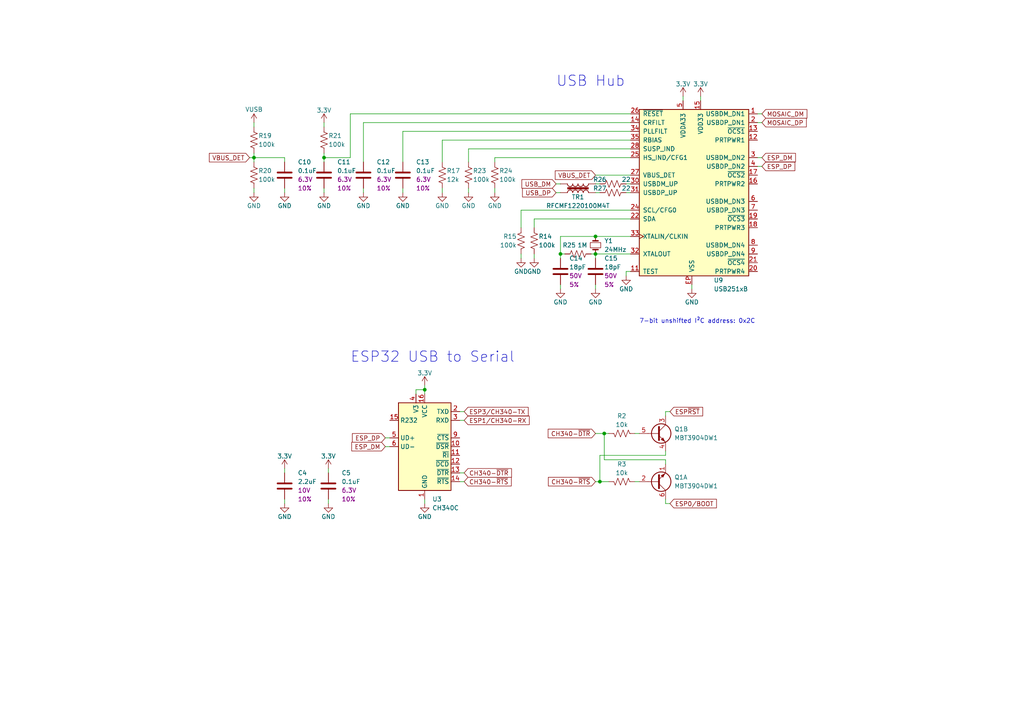
<source format=kicad_sch>
(kicad_sch (version 20230121) (generator eeschema)
  (paper "A4")
  (lib_symbols
    (symbol "SparkFun-Capacitor:0.1uF_0402_6.3V_10%" (pin_numbers hide) (pin_names (offset 0.254))
      (property "Reference" "C" (at 0.635 2.54 0))
      (property "Value" "0.1uF" (at 0.635 -2.54 0))
      (property "Voltage" "6.3V" (at 0 -6.35 0))
      (property "Tolerance" "10%" (at 0 -8.89 0))
      (symbol "0.1uF_0402_6.3V_10%_0_1"
        (polyline (pts (xy -2.032 -0.762) (xy 2.032 -0.762)) (stroke (width 0.508)))
        (polyline (pts (xy -2.032 0.762) (xy 2.032 0.762)) (stroke (width 0.508)))
      )
      (symbol "0.1uF_0402_6.3V_10%_1_1"
        (pin passive line (at 0 3.81 270) (length 2.794) (name "~") (number "1"))
        (pin passive line (at 0 -3.81 90) (length 2.794) (name "~") (number "2"))
      )
    )
    (symbol "SparkFun-Capacitor:18pF_0603_50V_5%" (pin_numbers hide) (pin_names (offset 0.254))
      (property "Reference" "C" (at 0.635 2.54 0))
      (property "Value" "18pF" (at 0.635 -2.54 0))
      (property "Voltage" "50V" (at 0 -6.35 0))
      (property "Tolerance" "5%" (at 0 -8.89 0))
      (symbol "18pF_0603_50V_5%_0_1"
        (polyline (pts (xy -2.032 -0.762) (xy 2.032 -0.762)) (stroke (width 0.508)))
        (polyline (pts (xy -2.032 0.762) (xy 2.032 0.762)) (stroke (width 0.508)))
      )
      (symbol "18pF_0603_50V_5%_1_1"
        (pin passive line (at 0 3.81 270) (length 2.794) (name "~") (number "1"))
        (pin passive line (at 0 -3.81 90) (length 2.794) (name "~") (number "2"))
      )
    )
    (symbol "SparkFun-Capacitor:2.2uF_0402_10V_10%" (pin_numbers hide) (pin_names (offset 0.254))
      (property "Reference" "C" (at 0.635 2.54 0))
      (property "Value" "2.2uF" (at 0.635 -2.54 0))
      (property "Voltage" "10V" (at 0 -6.35 0))
      (property "Tolerance" "10%" (at 0 -8.89 0))
      (symbol "2.2uF_0402_10V_10%_0_1"
        (polyline (pts (xy -2.032 -0.762) (xy 2.032 -0.762)) (stroke (width 0.508)))
        (polyline (pts (xy -2.032 0.762) (xy 2.032 0.762)) (stroke (width 0.508)))
      )
      (symbol "2.2uF_0402_10V_10%_1_1"
        (pin passive line (at 0 3.81 270) (length 2.794) (name "~") (number "1"))
        (pin passive line (at 0 -3.81 90) (length 2.794) (name "~") (number "2"))
      )
    )
    (symbol "SparkFun-Clock:Crystal_24MHz_2.0x1.6mm" (pin_numbers hide) (pin_names (offset 1.016) hide)
      (property "Reference" "Y" (at 0 2.54 0))
      (property "Value" "24MHz" (at 0 -2.54 0))
      (symbol "Crystal_24MHz_2.0x1.6mm_0_1"
        (rectangle (start -0.762 -1.524) (end 0.762 1.524))
        (polyline (pts (xy -1.27 -0.762) (xy -1.27 0.762)) (stroke (width 0.381)))
        (polyline (pts (xy 1.27 -0.762) (xy 1.27 0.762)) (stroke (width 0.381)))
      )
      (symbol "Crystal_24MHz_2.0x1.6mm_1_1"
        (pin passive line (at -2.54 0 0) (length 1.27) (name "1") (number "1"))
        (pin passive line (at 2.54 0 180) (length 1.27) (name "2") (number "2"))
      )
    )
    (symbol "SparkFun-Coil:USB_Transformer" (pin_numbers hide) (pin_names (offset 0))
      (property "Reference" "TR" (at 0 3.81 0))
      (property "Value" "RFCMF1220100M4T" (at 0 -3.81 0))
      (symbol "USB_Transformer_0_1"
        (rectangle (start -3.048 -0.254) (end 3.048 0.254) (stroke (width 0.0254)) (fill (type outline)))
        (arc (start -3.048 1.27) (mid -2.286 0.5113) (end -1.524 1.27) (stroke (width 0.2032)))
        (arc (start -1.524 -1.27) (mid -2.286 -0.5113) (end -3.048 -1.27) (stroke (width 0.2032)))
        (arc (start -1.524 1.27) (mid -0.762 0.5113) (end 0 1.27) (stroke (width 0.2032)))
        (arc (start 0 -1.27) (mid -0.762 -0.5113) (end -1.524 -1.27) (stroke (width 0.2032)))
        (polyline (pts (xy -5.0546 -1.27) (xy -3.048 -1.27)))
        (polyline (pts (xy 5.08 -1.27) (xy 3.048 -1.27)))
        (polyline (pts (xy 5.08 1.27) (xy 3.048 1.27)))
        (arc (start 0 1.27) (mid 0.762 0.5113) (end 1.524 1.27) (stroke (width 0.2032)))
        (arc (start 1.524 -1.27) (mid 0.762 -0.5113) (end 0 -1.27) (stroke (width 0.2032)))
        (arc (start 1.524 1.27) (mid 2.286 0.5113) (end 3.048 1.27) (stroke (width 0.2032)))
        (arc (start 3.048 -1.27) (mid 2.286 -0.5113) (end 1.524 -1.27) (stroke (width 0.2032)))
      )
      (symbol "USB_Transformer_1_1"
        (polyline (pts (xy -5.08 1.27) (xy -3.048 1.27)))
        (pin passive line (at -5.08 1.27 0) (length 0) (name "~") (number "1"))
        (pin passive line (at 5.08 1.27 180) (length 0) (name "~") (number "2"))
        (pin passive line (at -5.08 -1.27 0) (length 0) (name "~") (number "3"))
        (pin passive line (at 5.08 -1.27 180) (length 0) (name "~") (number "4"))
      )
    )
    (symbol "SparkFun-DiscreteSemi:Q_NPN_DUAL" (pin_names (offset 0) hide)
      (property "Reference" "Q" (at 5.08 1.27 0))
      (property "Value" "MBT3904DW1" (at 5.08 -1.27 0))
      (symbol "Q_NPN_DUAL_0_1"
        (polyline (pts (xy 0.635 0) (xy -2.54 0)))
        (polyline (pts (xy 0.635 0.635) (xy 2.54 2.54)))
        (polyline (pts (xy 0.635 -0.635) (xy 2.54 -2.54) (xy 2.54 -2.54)))
        (polyline (pts (xy 0.635 1.905) (xy 0.635 -1.905) (xy 0.635 -1.905)) (stroke (width 0.508)))
        (polyline (pts (xy 1.27 -1.778) (xy 1.778 -1.27) (xy 2.286 -2.286) (xy 1.27 -1.778) (xy 1.27 -1.778)) (fill (type outline)))
        (circle (center 1.27 0) (radius 2.8194) (stroke (width 0.254)))
      )
      (symbol "Q_NPN_DUAL_1_1"
        (pin passive line (at 2.54 -5.08 90) (length 2.54) (name "E1") (number "1"))
        (pin input line (at -5.08 0 0) (length 2.54) (name "B1") (number "2"))
        (pin passive line (at 2.54 5.08 270) (length 2.54) (name "C1") (number "6"))
      )
      (symbol "Q_NPN_DUAL_2_1"
        (pin passive line (at 2.54 5.08 270) (length 2.54) (name "C2") (number "3"))
        (pin passive line (at 2.54 -5.08 90) (length 2.54) (name "E2") (number "4"))
        (pin input line (at -5.08 0 0) (length 2.54) (name "B2") (number "5"))
      )
    )
    (symbol "SparkFun-IC-Comm:CH340C"
      (property "Reference" "U" (at 2.1941 -15.24 0))
      (property "Value" "CH340C" (at 2.1941 -17.78 0))
      (symbol "CH340C_0_1"
        (rectangle (start -7.62 12.7) (end 7.62 -12.7) (stroke (width 0.254)) (fill (type background)))
      )
      (symbol "CH340C_1_1"
        (pin power_in line (at 0 -15.24 90) (length 2.54) (name "GND") (number "1"))
        (pin input line (at 10.16 0 180) (length 2.54) (name "~{DSR}") (number "10"))
        (pin input line (at 10.16 -2.54 180) (length 2.54) (name "~{RI}") (number "11"))
        (pin input line (at 10.16 -5.08 180) (length 2.54) (name "~{DCD}") (number "12"))
        (pin output line (at 10.16 -7.62 180) (length 2.54) (name "~{DTR}") (number "13"))
        (pin output line (at 10.16 -10.16 180) (length 2.54) (name "~{RTS}") (number "14"))
        (pin input line (at -10.16 7.62 0) (length 2.54) (name "R232") (number "15"))
        (pin power_in line (at 0 15.24 270) (length 2.54) (name "VCC") (number "16"))
        (pin output line (at 10.16 10.16 180) (length 2.54) (name "TXD") (number "2"))
        (pin input line (at 10.16 7.62 180) (length 2.54) (name "RXD") (number "3"))
        (pin passive line (at -2.54 15.24 270) (length 2.54) (name "V3") (number "4"))
        (pin bidirectional line (at -10.16 2.54 0) (length 2.54) (name "UD+") (number "5"))
        (pin bidirectional line (at -10.16 0 0) (length 2.54) (name "UD-") (number "6"))
        (pin no_connect line (at -7.62 -7.62 0) (length 2.54) hide (name "NC") (number "7"))
        (pin no_connect line (at -7.62 -10.16 0) (length 2.54) hide (name "NC") (number "8"))
        (pin input line (at 10.16 2.54 180) (length 2.54) (name "~{CTS}") (number "9"))
      )
    )
    (symbol "SparkFun-IC-Comm:USB251xB" (pin_names (offset 1.016))
      (property "Reference" "U" (at -13.97 26.67 0))
      (property "Value" "USB251xB" (at -11.43 24.13 0))
      (symbol "USB251xB_0_1"
        (rectangle (start -15.24 22.86) (end 16.51 -25.4) (stroke (width 0.254)) (fill (type background)))
      )
      (symbol "USB251xB_1_1"
        (pin bidirectional line (at 19.05 21.59 180) (length 2.54) (name "USBDM_DN1") (number "1"))
        (pin power_in line (at -2.54 25.4 270) (length 2.54) hide (name "VDDA33") (number "10"))
        (pin input line (at -17.78 -24.13 0) (length 2.54) (name "TEST") (number "11"))
        (pin bidirectional line (at 19.05 13.97 180) (length 2.54) (name "PRTPWR1") (number "12"))
        (pin input line (at 19.05 16.51 180) (length 2.54) (name "~{OCS1}") (number "13"))
        (pin input line (at -17.78 19.05 0) (length 2.54) (name "CRFILT") (number "14"))
        (pin power_in line (at 2.54 25.4 270) (length 2.54) (name "VDD33") (number "15"))
        (pin bidirectional line (at 19.05 1.27 180) (length 2.54) (name "PRTPWR2") (number "16"))
        (pin input line (at 19.05 3.81 180) (length 2.54) (name "~{OCS2}") (number "17"))
        (pin bidirectional line (at 19.05 -11.43 180) (length 2.54) (name "PRTPWR3") (number "18"))
        (pin input line (at 19.05 -8.89 180) (length 2.54) (name "~{OCS3}") (number "19"))
        (pin bidirectional line (at 19.05 19.05 180) (length 2.54) (name "USBDP_DN1") (number "2"))
        (pin bidirectional line (at 19.05 -24.13 180) (length 2.54) (name "PRTPWR4") (number "20"))
        (pin input line (at 19.05 -21.59 180) (length 2.54) (name "~{OCS4}") (number "21"))
        (pin bidirectional line (at -17.78 -8.89 0) (length 2.54) (name "SDA") (number "22"))
        (pin power_in line (at 2.54 25.4 270) (length 2.54) hide (name "VDD33") (number "23"))
        (pin bidirectional line (at -17.78 -6.35 0) (length 2.54) (name "SCL/CFG0") (number "24"))
        (pin bidirectional line (at -17.78 8.89 0) (length 2.54) (name "HS_IND/CFG1") (number "25"))
        (pin input line (at -17.78 21.59 0) (length 2.54) (name "~{RESET}") (number "26"))
        (pin input line (at -17.78 3.81 0) (length 2.54) (name "VBUS_DET") (number "27"))
        (pin bidirectional line (at -17.78 11.43 0) (length 2.54) (name "SUSP_IND") (number "28"))
        (pin power_in line (at -2.54 25.4 270) (length 2.54) hide (name "VDDA33") (number "29"))
        (pin bidirectional line (at 19.05 8.89 180) (length 2.54) (name "USBDM_DN2") (number "3"))
        (pin bidirectional line (at -17.78 1.27 0) (length 2.54) (name "USBDM_UP") (number "30"))
        (pin bidirectional line (at -17.78 -1.27 0) (length 2.54) (name "USBDP_UP") (number "31"))
        (pin output line (at -17.78 -19.05 0) (length 2.54) (name "XTALOUT") (number "32"))
        (pin input clock (at -17.78 -13.97 0) (length 2.54) (name "XTALIN/CLKIN") (number "33"))
        (pin input line (at -17.78 16.51 0) (length 2.54) (name "PLLFILT") (number "34"))
        (pin input line (at -17.78 13.97 0) (length 2.54) (name "RBIAS") (number "35"))
        (pin power_in line (at -2.54 25.4 270) (length 2.54) hide (name "VDDA33") (number "36"))
        (pin bidirectional line (at 19.05 6.35 180) (length 2.54) (name "USBDP_DN2") (number "4"))
        (pin power_in line (at -2.54 25.4 270) (length 2.54) (name "VDDA33") (number "5"))
        (pin bidirectional line (at 19.05 -3.81 180) (length 2.54) (name "USBDM_DN3") (number "6"))
        (pin bidirectional line (at 19.05 -6.35 180) (length 2.54) (name "USBDP_DN3") (number "7"))
        (pin bidirectional line (at 19.05 -16.51 180) (length 2.54) (name "USBDM_DN4") (number "8"))
        (pin bidirectional line (at 19.05 -19.05 180) (length 2.54) (name "USBDP_DN4") (number "9"))
        (pin power_in line (at 0 -27.94 90) (length 2.54) (name "VSS") (number "EP"))
      )
    )
    (symbol "SparkFun-PowerSymbol:3.3V" (power) (pin_names (offset 0))
      (property "Value" "3.3V" (at 0 3.556 0))
      (symbol "3.3V_0_1"
        (polyline (pts (xy -0.762 1.27) (xy 0 2.54)))
        (polyline (pts (xy 0 0) (xy 0 2.54)))
        (polyline (pts (xy 0 2.54) (xy 0.762 1.27)))
      )
      (symbol "3.3V_1_1"
        (pin power_in line (at 0 0 90) (length 0) hide (name "3.3V") (number "1"))
      )
    )
    (symbol "SparkFun-PowerSymbol:VUSB" (power) (pin_names (offset 0))
      (property "Value" "VUSB" (at 0 3.81 0))
      (symbol "VUSB_0_1"
        (polyline (pts (xy -0.762 1.27) (xy 0 2.54)))
        (polyline (pts (xy 0 0) (xy 0 2.54)))
        (polyline (pts (xy 0 2.54) (xy 0.762 1.27)))
      )
      (symbol "VUSB_1_1"
        (pin power_in line (at 0 0 90) (length 0) hide (name "VUSB") (number "1"))
      )
    )
    (symbol "SparkFun-Resistor:100k_0402" (pin_numbers hide) (pin_names (offset 0))
      (property "Reference" "R" (at 0 -2.54 0))
      (property "Value" "100k" (at 0 2.54 0))
      (symbol "100k_0402_0_1"
        (polyline (pts (xy -2.286 0) (xy -2.54 0)))
        (polyline (pts (xy 2.286 0) (xy 2.54 0)))
        (polyline (pts (xy -0.762 0) (xy -1.143 -1.016) (xy -1.524 0) (xy -1.905 1.016) (xy -2.286 0)))
        (polyline (pts (xy 0.762 0) (xy 0.381 -1.016) (xy 0 0) (xy -0.381 1.016) (xy -0.762 0)))
        (polyline (pts (xy 2.286 0) (xy 1.905 -1.016) (xy 1.524 0) (xy 1.143 1.016) (xy 0.762 0)))
      )
      (symbol "100k_0402_1_1"
        (pin passive line (at 3.81 0 180) (length 1.27) (name "~") (number "1"))
        (pin passive line (at -3.81 0 0) (length 1.27) (name "~") (number "2"))
      )
    )
    (symbol "SparkFun-Resistor:10k_0402" (pin_numbers hide) (pin_names (offset 0))
      (property "Reference" "R" (at 0 -2.54 0))
      (property "Value" "10k" (at 0 2.54 0))
      (symbol "10k_0402_0_1"
        (polyline (pts (xy -2.286 0) (xy -2.54 0)))
        (polyline (pts (xy 2.286 0) (xy 2.54 0)))
        (polyline (pts (xy -0.762 0) (xy -1.143 -1.016) (xy -1.524 0) (xy -1.905 1.016) (xy -2.286 0)))
        (polyline (pts (xy 0.762 0) (xy 0.381 -1.016) (xy 0 0) (xy -0.381 1.016) (xy -0.762 0)))
        (polyline (pts (xy 2.286 0) (xy 1.905 -1.016) (xy 1.524 0) (xy 1.143 1.016) (xy 0.762 0)))
      )
      (symbol "10k_0402_1_1"
        (pin passive line (at 3.81 0 180) (length 1.27) (name "~") (number "1"))
        (pin passive line (at -3.81 0 0) (length 1.27) (name "~") (number "2"))
      )
    )
    (symbol "SparkFun-Resistor:12k_0402" (pin_numbers hide) (pin_names (offset 0))
      (property "Reference" "R" (at 0 -2.54 0))
      (property "Value" "12k" (at 0 2.54 0))
      (symbol "12k_0402_0_1"
        (polyline (pts (xy -2.286 0) (xy -2.54 0)))
        (polyline (pts (xy 2.286 0) (xy 2.54 0)))
        (polyline (pts (xy -0.762 0) (xy -1.143 -1.016) (xy -1.524 0) (xy -1.905 1.016) (xy -2.286 0)))
        (polyline (pts (xy 0.762 0) (xy 0.381 -1.016) (xy 0 0) (xy -0.381 1.016) (xy -0.762 0)))
        (polyline (pts (xy 2.286 0) (xy 1.905 -1.016) (xy 1.524 0) (xy 1.143 1.016) (xy 0.762 0)))
      )
      (symbol "12k_0402_1_1"
        (pin passive line (at 3.81 0 180) (length 1.27) (name "~") (number "1"))
        (pin passive line (at -3.81 0 0) (length 1.27) (name "~") (number "2"))
      )
    )
    (symbol "SparkFun-Resistor:1M_0402" (pin_numbers hide) (pin_names (offset 0))
      (property "Reference" "R" (at 0 -2.54 0))
      (property "Value" "1M" (at 0 2.54 0))
      (symbol "1M_0402_0_1"
        (polyline (pts (xy -2.286 0) (xy -2.54 0)))
        (polyline (pts (xy 2.286 0) (xy 2.54 0)))
        (polyline (pts (xy -0.762 0) (xy -1.143 -1.016) (xy -1.524 0) (xy -1.905 1.016) (xy -2.286 0)))
        (polyline (pts (xy 0.762 0) (xy 0.381 -1.016) (xy 0 0) (xy -0.381 1.016) (xy -0.762 0)))
        (polyline (pts (xy 2.286 0) (xy 1.905 -1.016) (xy 1.524 0) (xy 1.143 1.016) (xy 0.762 0)))
      )
      (symbol "1M_0402_1_1"
        (pin passive line (at 3.81 0 180) (length 1.27) (name "~") (number "1"))
        (pin passive line (at -3.81 0 0) (length 1.27) (name "~") (number "2"))
      )
    )
    (symbol "SparkFun-Resistor:22_0402" (pin_numbers hide) (pin_names (offset 0))
      (property "Reference" "R" (at 0 -2.54 0))
      (property "Value" "22" (at 0 2.54 0))
      (symbol "22_0402_0_1"
        (polyline (pts (xy -2.286 0) (xy -2.54 0)))
        (polyline (pts (xy 2.286 0) (xy 2.54 0)))
        (polyline (pts (xy -0.762 0) (xy -1.143 -1.016) (xy -1.524 0) (xy -1.905 1.016) (xy -2.286 0)))
        (polyline (pts (xy 0.762 0) (xy 0.381 -1.016) (xy 0 0) (xy -0.381 1.016) (xy -0.762 0)))
        (polyline (pts (xy 2.286 0) (xy 1.905 -1.016) (xy 1.524 0) (xy 1.143 1.016) (xy 0.762 0)))
      )
      (symbol "22_0402_1_1"
        (pin passive line (at 3.81 0 180) (length 1.27) (name "~") (number "1"))
        (pin passive line (at -3.81 0 0) (length 1.27) (name "~") (number "2"))
      )
    )
    (symbol "power:GND" (power) (pin_names (offset 0))
      (property "Value" "GND" (at 0 -3.81 0))
      (symbol "GND_0_1"
        (polyline (pts (xy 0 0) (xy 0 -1.27) (xy 1.27 -1.27) (xy 0 -2.54) (xy -1.27 -1.27) (xy 0 -1.27)))
      )
      (symbol "GND_1_1"
        (pin power_in line (at 0 0 270) (length 0) hide (name "GND") (number "1"))
      )
    )
  )
  (junction (at 73.66 45.72))
  (junction (at 93.98 45.72))
  (junction (at 173.99 139.7))
  (junction (at 172.72 68.58))
  (junction (at 162.56 73.66))
  (junction (at 123.19 113.03))
  (junction (at 175.26 125.73))
  (junction (at 172.72 73.66))
  (wire (pts (xy 128.27 55.88) (xy 128.27 54.61)))
  (wire (pts (xy 73.66 45.72) (xy 82.55 45.72)))
  (wire (pts (xy 181.61 55.88) (xy 182.88 55.88)))
  (wire (pts (xy 162.56 73.66) (xy 162.56 74.93)))
  (wire (pts (xy 182.88 78.74) (xy 181.61 78.74)))
  (wire (pts (xy 93.98 45.72) (xy 93.98 44.45)))
  (wire (pts (xy 101.6 45.72) (xy 93.98 45.72)))
  (wire (pts (xy 194.31 119.38) (xy 193.04 119.38)))
  (wire (pts (xy 182.88 60.96) (xy 151.13 60.96)))
  (wire (pts (xy 175.26 125.73) (xy 175.26 133.35)))
  (wire (pts (xy 123.19 144.78) (xy 123.19 146.05)))
  (wire (pts (xy 182.88 38.1) (xy 116.84 38.1)))
  (wire (pts (xy 143.51 55.88) (xy 143.51 54.61)))
  (wire (pts (xy 135.89 55.88) (xy 135.89 54.61)))
  (wire (pts (xy 135.89 43.18) (xy 135.89 46.99)))
  (wire (pts (xy 171.45 73.66) (xy 172.72 73.66)))
  (wire (pts (xy 72.39 45.72) (xy 73.66 45.72)))
  (wire (pts (xy 128.27 40.64) (xy 128.27 46.99)))
  (wire (pts (xy 151.13 73.66) (xy 151.13 74.93)))
  (wire (pts (xy 182.88 40.64) (xy 128.27 40.64)))
  (wire (pts (xy 176.53 139.7) (xy 173.99 139.7)))
  (wire (pts (xy 219.71 35.56) (xy 220.98 35.56)))
  (wire (pts (xy 162.56 83.82) (xy 162.56 82.55)))
  (wire (pts (xy 172.72 68.58) (xy 162.56 68.58)))
  (wire (pts (xy 182.88 45.72) (xy 143.51 45.72)))
  (wire (pts (xy 82.55 137.16) (xy 82.55 135.89)))
  (wire (pts (xy 182.88 63.5) (xy 154.94 63.5)))
  (wire (pts (xy 181.61 78.74) (xy 181.61 80.01)))
  (wire (pts (xy 123.19 113.03) (xy 123.19 114.3)))
  (wire (pts (xy 93.98 55.88) (xy 93.98 54.61)))
  (wire (pts (xy 172.72 73.66) (xy 182.88 73.66)))
  (wire (pts (xy 120.65 113.03) (xy 123.19 113.03)))
  (wire (pts (xy 161.29 55.88) (xy 162.56 55.88)))
  (wire (pts (xy 203.2 27.94) (xy 203.2 29.21)))
  (wire (pts (xy 82.55 144.78) (xy 82.55 146.05)))
  (wire (pts (xy 105.41 55.88) (xy 105.41 54.61)))
  (wire (pts (xy 193.04 132.08) (xy 173.99 132.08)))
  (wire (pts (xy 172.72 68.58) (xy 182.88 68.58)))
  (wire (pts (xy 134.62 139.7) (xy 133.35 139.7)))
  (wire (pts (xy 93.98 35.56) (xy 93.98 36.83)))
  (wire (pts (xy 193.04 144.78) (xy 193.04 146.05)))
  (wire (pts (xy 176.53 125.73) (xy 175.26 125.73)))
  (wire (pts (xy 200.66 83.82) (xy 200.66 82.55)))
  (wire (pts (xy 120.65 114.3) (xy 120.65 113.03)))
  (wire (pts (xy 185.42 125.73) (xy 184.15 125.73)))
  (wire (pts (xy 219.71 33.02) (xy 220.98 33.02)))
  (wire (pts (xy 161.29 53.34) (xy 162.56 53.34)))
  (wire (pts (xy 173.99 132.08) (xy 173.99 139.7)))
  (wire (pts (xy 111.76 129.54) (xy 113.03 129.54)))
  (wire (pts (xy 182.88 35.56) (xy 105.41 35.56)))
  (wire (pts (xy 193.04 134.62) (xy 193.04 133.35)))
  (wire (pts (xy 95.25 135.89) (xy 95.25 137.16)))
  (wire (pts (xy 154.94 63.5) (xy 154.94 66.04)))
  (wire (pts (xy 182.88 43.18) (xy 135.89 43.18)))
  (wire (pts (xy 219.71 48.26) (xy 220.98 48.26)))
  (wire (pts (xy 93.98 45.72) (xy 93.98 46.99)))
  (wire (pts (xy 172.72 73.66) (xy 172.72 74.93)))
  (wire (pts (xy 101.6 33.02) (xy 101.6 45.72)))
  (wire (pts (xy 116.84 38.1) (xy 116.84 46.99)))
  (wire (pts (xy 123.19 111.76) (xy 123.19 113.03)))
  (wire (pts (xy 95.25 144.78) (xy 95.25 146.05)))
  (wire (pts (xy 198.12 27.94) (xy 198.12 29.21)))
  (wire (pts (xy 219.71 45.72) (xy 220.98 45.72)))
  (wire (pts (xy 194.31 146.05) (xy 193.04 146.05)))
  (wire (pts (xy 133.35 119.38) (xy 134.62 119.38)))
  (wire (pts (xy 151.13 60.96) (xy 151.13 66.04)))
  (wire (pts (xy 73.66 35.56) (xy 73.66 36.83)))
  (wire (pts (xy 73.66 44.45) (xy 73.66 45.72)))
  (wire (pts (xy 105.41 35.56) (xy 105.41 46.99)))
  (wire (pts (xy 182.88 33.02) (xy 101.6 33.02)))
  (wire (pts (xy 143.51 45.72) (xy 143.51 46.99)))
  (wire (pts (xy 172.72 53.34) (xy 173.99 53.34)))
  (wire (pts (xy 172.72 50.8) (xy 182.88 50.8)))
  (wire (pts (xy 111.76 127) (xy 113.03 127)))
  (wire (pts (xy 172.72 83.82) (xy 172.72 82.55)))
  (wire (pts (xy 73.66 45.72) (xy 73.66 46.99)))
  (wire (pts (xy 73.66 55.88) (xy 73.66 54.61)))
  (wire (pts (xy 82.55 45.72) (xy 82.55 46.99)))
  (wire (pts (xy 162.56 68.58) (xy 162.56 73.66)))
  (wire (pts (xy 181.61 53.34) (xy 182.88 53.34)))
  (wire (pts (xy 193.04 120.65) (xy 193.04 119.38)))
  (wire (pts (xy 133.35 137.16) (xy 134.62 137.16)))
  (wire (pts (xy 162.56 73.66) (xy 163.83 73.66)))
  (wire (pts (xy 116.84 55.88) (xy 116.84 54.61)))
  (wire (pts (xy 154.94 73.66) (xy 154.94 74.93)))
  (wire (pts (xy 173.99 139.7) (xy 172.72 139.7)))
  (wire (pts (xy 193.04 133.35) (xy 175.26 133.35)))
  (wire (pts (xy 172.72 55.88) (xy 173.99 55.88)))
  (wire (pts (xy 133.35 121.92) (xy 134.62 121.92)))
  (wire (pts (xy 175.26 125.73) (xy 172.72 125.73)))
  (wire (pts (xy 185.42 139.7) (xy 184.15 139.7)))
  (wire (pts (xy 82.55 55.88) (xy 82.55 54.61)))
  (wire (pts (xy 193.04 132.08) (xy 193.04 130.81)))
  (text "ESP32 USB to Serial" (at 101.6 105.41 0) (effects (font (size 3 3)) (justify left bottom)))
  (text "7-bit unshifted I²C address: 0x2C" (at 185.42 93.98 0) (effects (font (size 1.27 1.27)) (justify left bottom)))
  (text "USB Hub" (at 161.29 25.4 0) (effects (font (size 3 3)) (justify left bottom)))
  (global_label "CH340-~{DTR}" (shape input) (at 134.62 137.16 0) (property "Intersheetrefs" "${INTERSHEET_REFS}" (effects hide)))
  (global_label "ESP_DM" (shape input) (at 220.98 45.72 0) (property "Intersheetrefs" "${INTERSHEET_REFS}" (effects hide)))
  (global_label "CH340-~{DTR}" (shape input) (at 172.72 125.73 180) (property "Intersheetrefs" "${INTERSHEET_REFS}" (effects hide)))
  (global_label "ESP_DP" (shape input) (at 220.98 48.26 0) (property "Intersheetrefs" "${INTERSHEET_REFS}" (effects hide)))
  (global_label "ESP3{slash}CH340-TX" (shape input) (at 134.62 119.38 0) (property "Intersheetrefs" "${INTERSHEET_REFS}" (effects hide)))
  (global_label "MOSAIC_DP" (shape input) (at 220.98 35.56 0) (property "Intersheetrefs" "${INTERSHEET_REFS}" (effects hide)))
  (global_label "ESP~{RST}" (shape input) (at 194.31 119.38 0) (property "Intersheetrefs" "${INTERSHEET_REFS}" (effects hide)))
  (global_label "CH340-~{RTS}" (shape input) (at 172.72 139.7 180) (property "Intersheetrefs" "${INTERSHEET_REFS}" (effects hide)))
  (global_label "CH340-~{RTS}" (shape input) (at 134.62 139.7 0) (property "Intersheetrefs" "${INTERSHEET_REFS}" (effects hide)))
  (global_label "USB_DM" (shape input) (at 161.29 53.34 180) (property "Intersheetrefs" "${INTERSHEET_REFS}" (effects hide)))
  (global_label "ESP1{slash}CH340-RX" (shape input) (at 134.62 121.92 0) (property "Intersheetrefs" "${INTERSHEET_REFS}" (effects hide)))
  (global_label "ESP_DM" (shape input) (at 111.76 129.54 180) (property "Intersheetrefs" "${INTERSHEET_REFS}" (effects hide)))
  (global_label "ESP_DP" (shape input) (at 111.76 127 180) (property "Intersheetrefs" "${INTERSHEET_REFS}" (effects hide)))
  (global_label "VBUS_DET" (shape input) (at 72.39 45.72 180) (property "Intersheetrefs" "${INTERSHEET_REFS}" (effects hide)))
  (global_label "VBUS_DET" (shape input) (at 172.72 50.8 180) (property "Intersheetrefs" "${INTERSHEET_REFS}" (effects hide)))
  (global_label "MOSAIC_DM" (shape input) (at 220.98 33.02 0) (property "Intersheetrefs" "${INTERSHEET_REFS}" (effects hide)))
  (global_label "USB_DP" (shape input) (at 161.29 55.88 180) (property "Intersheetrefs" "${INTERSHEET_REFS}" (effects hide)))
  (global_label "ESP0{slash}BOOT" (shape input) (at 194.31 146.05 0) (property "Intersheetrefs" "${INTERSHEET_REFS}" (effects hide)))
  (symbol (lib_id "power:GND") (at 154.94 74.93 0) (unit 1)
    (property "Reference" "#PWR0110" (effects hide))
    (property "Value" "GND" (at 154.94 78.74 0))
  )
  (symbol (lib_id "SparkFun-Capacitor:0.1uF_0402_6.3V_10%") (at 82.55 50.8 0) (unit 1)
    (property "Reference" "C10" (at 86.36 46.99 0) (effects (justify left)))
    (property "Value" "0.1uF" (at 86.36 49.53 0) (effects (justify left)))
    (property "Footprint" "SparkFun-Capacitor:C_0402_1005Metric" (effects hide))
    (property "Datasheet" "https://cdn.sparkfun.com/assets/8/a/4/a/5/Kemet_Capacitor_Datasheet.pdf" (effects hide))
    (property "PROD_ID" "CAP-14993" (effects hide))
    (property "Voltage" "6.3V" (at 86.36 52.07 0) (effects (justify left)))
    (property "Tolerance" "10%" (at 86.36 54.61 0) (effects (justify left)))
  )
  (symbol (lib_id "power:GND") (at 181.61 80.01 0) (unit 1)
    (property "Reference" "#PWR055" (effects hide))
    (property "Value" "GND" (at 181.61 83.82 0))
  )
  (symbol (lib_id "power:GND") (at 151.13 74.93 0) (unit 1)
    (property "Reference" "#PWR0109" (effects hide))
    (property "Value" "GND" (at 151.13 78.74 0))
  )
  (symbol (lib_id "power:GND") (at 200.66 83.82 0) (unit 1)
    (property "Reference" "#PWR056" (effects hide))
    (property "Value" "GND" (at 200.66 87.63 0))
  )
  (symbol (lib_id "power:GND") (at 172.72 83.82 0) (unit 1)
    (property "Reference" "#PWR054" (effects hide))
    (property "Value" "GND" (at 172.72 87.63 0))
  )
  (symbol (lib_id "power:GND") (at 123.19 146.05 0) (unit 1)
    (property "Reference" "#PWR020" (effects hide))
    (property "Value" "GND" (at 123.19 149.86 0))
  )
  (symbol (lib_id "power:GND") (at 82.55 146.05 0) (unit 1)
    (property "Reference" "#PWR073" (effects hide))
    (property "Value" "GND" (at 82.55 149.86 0))
  )
  (symbol (lib_id "SparkFun-Capacitor:0.1uF_0402_6.3V_10%") (at 105.41 50.8 0) (unit 1)
    (property "Reference" "C12" (at 109.22 46.99 0) (effects (justify left)))
    (property "Value" "0.1uF" (at 109.22 49.53 0) (effects (justify left)))
    (property "Footprint" "SparkFun-Capacitor:C_0402_1005Metric" (effects hide))
    (property "Datasheet" "https://cdn.sparkfun.com/assets/8/a/4/a/5/Kemet_Capacitor_Datasheet.pdf" (effects hide))
    (property "PROD_ID" "CAP-14993" (effects hide))
    (property "Voltage" "6.3V" (at 109.22 52.07 0) (effects (justify left)))
    (property "Tolerance" "10%" (at 109.22 54.61 0) (effects (justify left)))
  )
  (symbol (lib_id "SparkFun-Resistor:100k_0402") (at 143.51 50.8 90) (unit 1)
    (property "Reference" "R24" (at 144.78 49.53 90) (effects (justify right)))
    (property "Value" "100k" (at 144.78 52.07 90) (effects (justify right)))
    (property "Footprint" "SparkFun-Resistor:R_0402_1005Metric" (effects hide))
    (property "Datasheet" "https://www.vishay.com/docs/20035/dcrcwe3.pdf" (effects hide))
    (property "PROD_ID" "RES-13495" (effects hide))
  )
  (symbol (lib_id "power:GND") (at 116.84 55.88 0) (unit 1)
    (property "Reference" "#PWR049" (effects hide))
    (property "Value" "GND" (at 116.84 59.69 0))
  )
  (symbol (lib_id "SparkFun-Resistor:22_0402") (at 177.8 53.34 0) (unit 1)
    (property "Reference" "R26" (at 173.99 52.07 0))
    (property "Value" "22" (at 181.61 52.07 0))
    (property "Footprint" "SparkFun-Resistor:R_0402_1005Metric" (effects hide))
    (property "Datasheet" "https://www.vishay.com/docs/20035/dcrcwe3.pdf" (effects hide))
    (property "PROD_ID" "RES-12427" (effects hide))
  )
  (symbol (lib_id "power:GND") (at 143.51 55.88 0) (unit 1)
    (property "Reference" "#PWR052" (effects hide))
    (property "Value" "GND" (at 143.51 59.69 0))
  )
  (symbol (lib_id "SparkFun-Resistor:100k_0402") (at 73.66 50.8 90) (unit 1)
    (property "Reference" "R20" (at 74.93 49.53 90) (effects (justify right)))
    (property "Value" "100k" (at 74.93 52.07 90) (effects (justify right)))
    (property "Footprint" "SparkFun-Resistor:R_0402_1005Metric" (effects hide))
    (property "Datasheet" "https://www.vishay.com/docs/20035/dcrcwe3.pdf" (effects hide))
    (property "PROD_ID" "RES-13495" (effects hide))
  )
  (symbol (lib_id "SparkFun-Resistor:10k_0402") (at 180.34 139.7 0) (mirror x) (unit 1)
    (property "Reference" "R3" (at 180.34 134.62 0))
    (property "Value" "10k" (at 180.34 137.16 0))
    (property "Footprint" "SparkFun-Resistor:R_0402_1005Metric" (effects hide))
    (property "Datasheet" "https://www.vishay.com/docs/20035/dcrcwe3.pdf" (effects hide))
    (property "PROD_ID" "RES-14241" (effects hide))
  )
  (symbol (lib_id "SparkFun-Resistor:22_0402") (at 177.8 55.88 0) (unit 1)
    (property "Reference" "R27" (at 173.99 54.61 0))
    (property "Value" "22" (at 181.61 54.61 0))
    (property "Footprint" "SparkFun-Resistor:R_0402_1005Metric" (effects hide))
    (property "Datasheet" "https://www.vishay.com/docs/20035/dcrcwe3.pdf" (effects hide))
    (property "PROD_ID" "RES-12427" (effects hide))
  )
  (symbol (lib_id "SparkFun-Capacitor:18pF_0603_50V_5%") (at 162.56 78.74 0) (unit 1)
    (property "Reference" "C14" (at 165.1 74.93 0) (effects (justify left)))
    (property "Value" "18pF" (at 165.1 77.47 0) (effects (justify left)))
    (property "Footprint" "SparkFun-Capacitor:C_0603_1608Metric" (effects hide))
    (property "Datasheet" "https://cdn.sparkfun.com/assets/8/a/4/a/5/Kemet_Capacitor_Datasheet.pdf" (effects hide))
    (property "PROD_ID" "CAP-08267" (effects hide))
    (property "Voltage" "50V" (at 165.1 80.01 0) (effects (justify left)))
    (property "Tolerance" "5%" (at 165.1 82.55 0) (effects (justify left)))
  )
  (symbol (lib_id "SparkFun-DiscreteSemi:Q_NPN_DUAL") (at 190.5 139.7 0) (mirror x) (unit 1)
    (property "Reference" "Q1" (at 195.58 138.43 0) (effects (justify left)))
    (property "Value" "MBT3904DW1" (at 195.58 140.97 0) (effects (justify left)))
    (property "Footprint" "SparkFun-Semiconductor-Standard:SOT-323" (effects hide))
    (property "Datasheet" "https://assets.nexperia.com/documents/data-sheet/BC846BS.pdf" (effects hide))
    (property "PROD_ID" "TRANS-13337" (effects hide))
  )
  (symbol (lib_id "power:GND") (at 93.98 55.88 0) (unit 1)
    (property "Reference" "#PWR047" (effects hide))
    (property "Value" "GND" (at 93.98 59.69 0))
  )
  (symbol (lib_id "SparkFun-IC-Comm:CH340C") (at 123.19 129.54 0) (unit 1)
    (property "Reference" "U3" (at 125.3841 144.78 0) (effects (justify left)))
    (property "Value" "CH340C" (at 125.3841 147.32 0) (effects (justify left)))
    (property "Footprint" "SparkFun-Semiconductor-Standard:SO16" (effects hide))
    (property "Datasheet" "https://datasheet.lcsc.com/szlcsc/Jiangsu-Qin-Heng-CH340C_C84681.pdf" (effects hide))
    (property "PROD_ID" "IC-14038" (effects hide))
  )
  (symbol (lib_id "SparkFun-PowerSymbol:3.3V") (at 82.55 135.89 0) (unit 1)
    (property "Reference" "#PWR022" (effects hide))
    (property "Value" "3.3V" (at 82.55 132.334 0))
  )
  (symbol (lib_id "SparkFun-Coil:USB_Transformer") (at 167.64 54.61 0) (unit 1)
    (property "Reference" "TR1" (at 167.64 57.15 0))
    (property "Value" "RFCMF1220100M4T" (at 167.64 59.69 0))
    (property "Footprint" "SparkFun-Coil:RFCMF1220100M4T" (effects hide))
    (property "Datasheet" "http://www.passivecomponent.com/wp-content/uploads/2018/10/RF-Filter.pdf" (effects hide))
    (property "PROD_ID" "COMP-19495" (effects hide))
  )
  (symbol (lib_id "SparkFun-Capacitor:0.1uF_0402_6.3V_10%") (at 95.25 140.97 0) (unit 1)
    (property "Reference" "C5" (at 99.06 137.16 0) (effects (justify left)))
    (property "Value" "0.1uF" (at 99.06 139.7 0) (effects (justify left)))
    (property "Footprint" "SparkFun-Capacitor:C_0402_1005Metric" (effects hide))
    (property "Datasheet" "https://cdn.sparkfun.com/assets/8/a/4/a/5/Kemet_Capacitor_Datasheet.pdf" (effects hide))
    (property "PROD_ID" "CAP-14993" (effects hide))
    (property "Voltage" "6.3V" (at 99.06 142.24 0) (effects (justify left)))
    (property "Tolerance" "10%" (at 99.06 144.78 0) (effects (justify left)))
  )
  (symbol (lib_id "SparkFun-PowerSymbol:3.3V") (at 93.98 35.56 0) (unit 1)
    (property "Reference" "#PWR078" (effects hide))
    (property "Value" "3.3V" (at 93.98 32.004 0))
  )
  (symbol (lib_id "SparkFun-Resistor:12k_0402") (at 128.27 50.8 270) (unit 1)
    (property "Reference" "R17" (at 129.54 49.53 90) (effects (justify left)))
    (property "Value" "12k" (at 129.54 52.07 90) (effects (justify left)))
    (property "Footprint" "SparkFun-Resistor:R_0402_1005Metric" (effects hide))
    (property "Datasheet" "https://www.vishay.com/docs/20035/dcrcwe3.pdf" (effects hide))
    (property "PROD_ID" "RES-14967" (effects hide))
  )
  (symbol (lib_id "SparkFun-IC-Comm:USB251xB") (at 200.66 54.61 0) (unit 1)
    (property "Reference" "U9" (at 207.01 81.28 0) (effects (justify left)))
    (property "Value" "USB251xB" (at 207.01 83.82 0) (effects (justify left)))
    (property "Footprint" "SparkFun-Semiconductor-Standard:QFN-36" (effects hide))
    (property "Datasheet" "http://ww1.microchip.com/downloads/en/DeviceDoc/00001692C.pdf" (effects hide))
    (property "PROD_ID" "IC-15827" (effects hide))
  )
  (symbol (lib_id "SparkFun-Capacitor:2.2uF_0402_10V_10%") (at 82.55 140.97 0) (unit 1)
    (property "Reference" "C4" (at 86.36 137.16 0) (effects (justify left)))
    (property "Value" "2.2uF" (at 86.36 139.7 0) (effects (justify left)))
    (property "Footprint" "SparkFun-Capacitor:C_0402_1005Metric" (effects hide))
    (property "Datasheet" "https://cdn.sparkfun.com/assets/8/a/4/a/5/Kemet_Capacitor_Datasheet.pdf" (effects hide))
    (property "PROD_ID" "CAP-14232" (effects hide))
    (property "Voltage" "10V" (at 86.36 142.24 0) (effects (justify left)))
    (property "Tolerance" "10%" (at 86.36 144.78 0) (effects (justify left)))
  )
  (symbol (lib_id "SparkFun-Capacitor:0.1uF_0402_6.3V_10%") (at 116.84 50.8 0) (unit 1)
    (property "Reference" "C13" (at 120.65 46.99 0) (effects (justify left)))
    (property "Value" "0.1uF" (at 120.65 49.53 0) (effects (justify left)))
    (property "Footprint" "SparkFun-Capacitor:C_0402_1005Metric" (effects hide))
    (property "Datasheet" "https://cdn.sparkfun.com/assets/8/a/4/a/5/Kemet_Capacitor_Datasheet.pdf" (effects hide))
    (property "PROD_ID" "CAP-14993" (effects hide))
    (property "Voltage" "6.3V" (at 120.65 52.07 0) (effects (justify left)))
    (property "Tolerance" "10%" (at 120.65 54.61 0) (effects (justify left)))
  )
  (symbol (lib_id "SparkFun-DiscreteSemi:Q_NPN_DUAL") (at 190.5 125.73 0) (unit 2)
    (property "Reference" "Q1" (at 195.58 124.46 0) (effects (justify left)))
    (property "Value" "MBT3904DW1" (at 195.58 127 0) (effects (justify left)))
    (property "Footprint" "SparkFun-Semiconductor-Standard:SOT-323" (effects hide))
    (property "Datasheet" "https://assets.nexperia.com/documents/data-sheet/BC846BS.pdf" (effects hide))
    (property "PROD_ID" "TRANS-13337" (effects hide))
  )
  (symbol (lib_id "power:GND") (at 73.66 55.88 0) (unit 1)
    (property "Reference" "#PWR045" (effects hide))
    (property "Value" "GND" (at 73.66 59.69 0))
  )
  (symbol (lib_id "power:GND") (at 105.41 55.88 0) (unit 1)
    (property "Reference" "#PWR048" (effects hide))
    (property "Value" "GND" (at 105.41 59.69 0))
  )
  (symbol (lib_id "SparkFun-Resistor:1M_0402") (at 167.64 73.66 0) (unit 1)
    (property "Reference" "R25" (at 165.1 71.12 0))
    (property "Value" "1M" (at 168.91 71.12 0))
    (property "Footprint" "SparkFun-Resistor:R_0402_1005Metric" (effects hide))
    (property "Datasheet" "https://www.vishay.com/docs/20035/dcrcwe3.pdf" (effects hide))
    (property "PROD_ID" "RES-15185" (effects hide))
  )
  (symbol (lib_id "SparkFun-Resistor:100k_0402") (at 151.13 69.85 270) (mirror x) (unit 1)
    (property "Reference" "R15" (at 149.86 68.58 90) (effects (justify right)))
    (property "Value" "100k" (at 149.86 71.12 90) (effects (justify right)))
    (property "Footprint" "SparkFun-Resistor:R_0402_1005Metric" (effects hide))
    (property "Datasheet" "https://www.vishay.com/docs/20035/dcrcwe3.pdf" (effects hide))
    (property "PROD_ID" "RES-13495" (effects hide))
  )
  (symbol (lib_id "power:GND") (at 128.27 55.88 0) (unit 1)
    (property "Reference" "#PWR050" (effects hide))
    (property "Value" "GND" (at 128.27 59.69 0))
  )
  (symbol (lib_id "SparkFun-PowerSymbol:VUSB") (at 73.66 35.56 0) (unit 1)
    (property "Reference" "#PWR044" (effects hide))
    (property "Value" "VUSB" (at 73.66 31.75 0))
  )
  (symbol (lib_id "SparkFun-Resistor:100k_0402") (at 73.66 40.64 90) (unit 1)
    (property "Reference" "R19" (at 74.93 39.37 90) (effects (justify right)))
    (property "Value" "100k" (at 74.93 41.91 90) (effects (justify right)))
    (property "Footprint" "SparkFun-Resistor:R_0402_1005Metric" (effects hide))
    (property "Datasheet" "https://www.vishay.com/docs/20035/dcrcwe3.pdf" (effects hide))
    (property "PROD_ID" "RES-13495" (effects hide))
  )
  (symbol (lib_id "SparkFun-Capacitor:0.1uF_0402_6.3V_10%") (at 93.98 50.8 0) (unit 1)
    (property "Reference" "C11" (at 97.79 46.99 0) (effects (justify left)))
    (property "Value" "0.1uF" (at 97.79 49.53 0) (effects (justify left)))
    (property "Footprint" "SparkFun-Capacitor:C_0402_1005Metric" (effects hide))
    (property "Datasheet" "https://cdn.sparkfun.com/assets/8/a/4/a/5/Kemet_Capacitor_Datasheet.pdf" (effects hide))
    (property "PROD_ID" "CAP-14993" (effects hide))
    (property "Voltage" "6.3V" (at 97.79 52.07 0) (effects (justify left)))
    (property "Tolerance" "10%" (at 97.79 54.61 0) (effects (justify left)))
  )
  (symbol (lib_id "SparkFun-Clock:Crystal_24MHz_2.0x1.6mm") (at 172.72 71.12 90) (unit 1)
    (property "Reference" "Y1" (at 175.26 69.85 90) (effects (justify right)))
    (property "Value" "24MHz" (at 175.26 72.39 90) (effects (justify right)))
    (property "Footprint" "SparkFun-Clock:CRYSTAL-SMD-2.0X1.6MM" (effects hide))
    (property "Datasheet" "https://www.murata.com/products/productdata/8801075560478/SPEC-XRCGB24M000F2P00R0.pdf" (effects hide))
    (property "PROD_ID" "XTAL-14845" (effects hide))
  )
  (symbol (lib_id "SparkFun-PowerSymbol:3.3V") (at 123.19 111.76 0) (unit 1)
    (property "Reference" "#PWR07" (effects hide))
    (property "Value" "3.3V" (at 123.19 108.204 0))
  )
  (symbol (lib_id "SparkFun-PowerSymbol:3.3V") (at 203.2 27.94 0) (unit 1)
    (property "Reference" "#PWR077" (effects hide))
    (property "Value" "3.3V" (at 203.2 24.384 0))
  )
  (symbol (lib_id "power:GND") (at 95.25 146.05 0) (unit 1)
    (property "Reference" "#PWR075" (effects hide))
    (property "Value" "GND" (at 95.25 149.86 0))
  )
  (symbol (lib_id "SparkFun-Capacitor:18pF_0603_50V_5%") (at 172.72 78.74 0) (unit 1)
    (property "Reference" "C15" (at 175.26 74.93 0) (effects (justify left)))
    (property "Value" "18pF" (at 175.26 77.47 0) (effects (justify left)))
    (property "Footprint" "SparkFun-Capacitor:C_0603_1608Metric" (effects hide))
    (property "Datasheet" "https://cdn.sparkfun.com/assets/8/a/4/a/5/Kemet_Capacitor_Datasheet.pdf" (effects hide))
    (property "PROD_ID" "CAP-08267" (effects hide))
    (property "Voltage" "50V" (at 175.26 80.01 0) (effects (justify left)))
    (property "Tolerance" "5%" (at 175.26 82.55 0) (effects (justify left)))
  )
  (symbol (lib_id "SparkFun-Resistor:100k_0402") (at 135.89 50.8 90) (unit 1)
    (property "Reference" "R23" (at 137.16 49.53 90) (effects (justify right)))
    (property "Value" "100k" (at 137.16 52.07 90) (effects (justify right)))
    (property "Footprint" "SparkFun-Resistor:R_0402_1005Metric" (effects hide))
    (property "Datasheet" "https://www.vishay.com/docs/20035/dcrcwe3.pdf" (effects hide))
    (property "PROD_ID" "RES-13495" (effects hide))
  )
  (symbol (lib_id "SparkFun-PowerSymbol:3.3V") (at 198.12 27.94 0) (unit 1)
    (property "Reference" "#PWR076" (effects hide))
    (property "Value" "3.3V" (at 198.12 24.384 0))
  )
  (symbol (lib_id "power:GND") (at 135.89 55.88 0) (unit 1)
    (property "Reference" "#PWR051" (effects hide))
    (property "Value" "GND" (at 135.89 59.69 0))
  )
  (symbol (lib_id "SparkFun-Resistor:100k_0402") (at 93.98 40.64 90) (unit 1)
    (property "Reference" "R21" (at 95.25 39.37 90) (effects (justify right)))
    (property "Value" "100k" (at 95.25 41.91 90) (effects (justify right)))
    (property "Footprint" "SparkFun-Resistor:R_0402_1005Metric" (effects hide))
    (property "Datasheet" "https://www.vishay.com/docs/20035/dcrcwe3.pdf" (effects hide))
    (property "PROD_ID" "RES-13495" (effects hide))
  )
  (symbol (lib_id "power:GND") (at 82.55 55.88 0) (unit 1)
    (property "Reference" "#PWR046" (effects hide))
    (property "Value" "GND" (at 82.55 59.69 0))
  )
  (symbol (lib_id "power:GND") (at 162.56 83.82 0) (unit 1)
    (property "Reference" "#PWR053" (effects hide))
    (property "Value" "GND" (at 162.56 87.63 0))
  )
  (symbol (lib_id "SparkFun-PowerSymbol:3.3V") (at 95.25 135.89 0) (unit 1)
    (property "Reference" "#PWR074" (effects hide))
    (property "Value" "3.3V" (at 95.25 132.334 0))
  )
  (symbol (lib_id "SparkFun-Resistor:10k_0402") (at 180.34 125.73 0) (mirror x) (unit 1)
    (property "Reference" "R2" (at 180.34 120.65 0))
    (property "Value" "10k" (at 180.34 123.19 0))
    (property "Footprint" "SparkFun-Resistor:R_0402_1005Metric" (effects hide))
    (property "Datasheet" "https://www.vishay.com/docs/20035/dcrcwe3.pdf" (effects hide))
    (property "PROD_ID" "RES-14241" (effects hide))
  )
  (symbol (lib_id "SparkFun-Resistor:100k_0402") (at 154.94 69.85 90) (unit 1)
    (property "Reference" "R14" (at 156.21 68.58 90) (effects (justify right)))
    (property "Value" "100k" (at 156.21 71.12 90) (effects (justify right)))
    (property "Footprint" "SparkFun-Resistor:R_0402_1005Metric" (effects hide))
    (property "Datasheet" "https://www.vishay.com/docs/20035/dcrcwe3.pdf" (effects hide))
    (property "PROD_ID" "RES-13495" (effects hide))
  )
)
</source>
